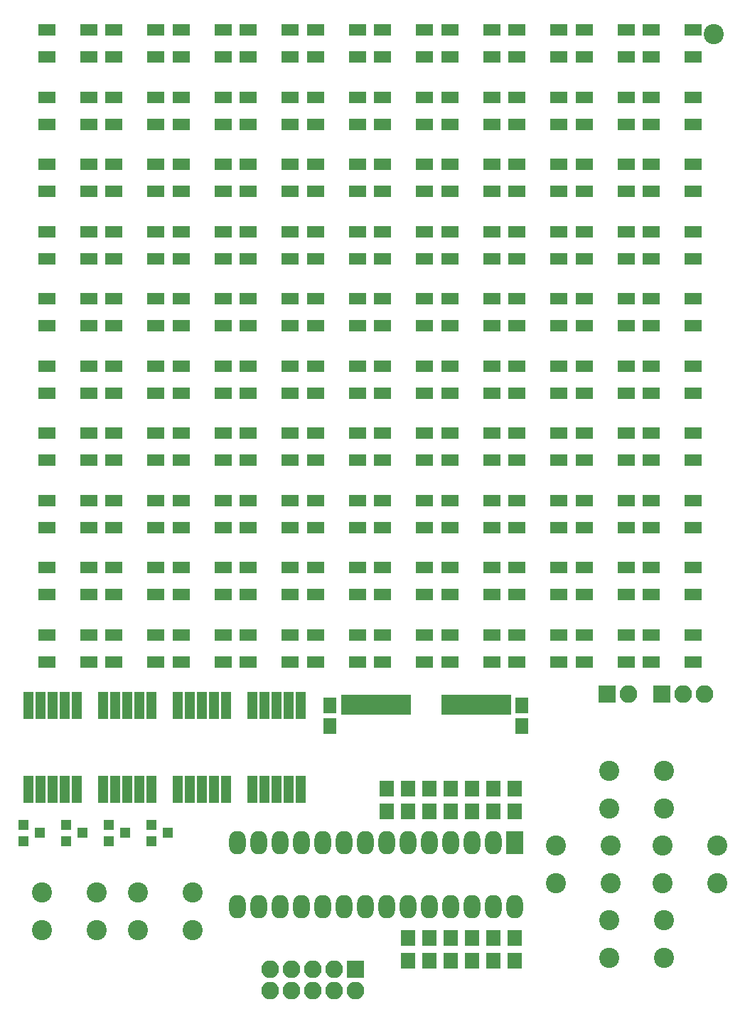
<source format=gbr>
G04 #@! TF.FileFunction,Soldermask,Top*
%FSLAX46Y46*%
G04 Gerber Fmt 4.6, Leading zero omitted, Abs format (unit mm)*
G04 Created by KiCad (PCBNEW 4.0.6) date 04/14/18 17:05:04*
%MOMM*%
%LPD*%
G01*
G04 APERTURE LIST*
%ADD10C,0.100000*%
%ADD11R,2.000000X1.400000*%
%ADD12R,8.275000X2.400000*%
%ADD13R,2.000000X2.800000*%
%ADD14O,2.000000X2.800000*%
%ADD15R,1.650000X1.900000*%
%ADD16C,2.398980*%
%ADD17R,2.100000X2.100000*%
%ADD18O,2.100000X2.100000*%
%ADD19R,1.300000X1.200000*%
%ADD20R,1.700000X1.900000*%
%ADD21R,1.300000X3.200000*%
%ADD22C,2.400000*%
G04 APERTURE END LIST*
D10*
D11*
X139778000Y-142180000D03*
X139778000Y-138980000D03*
X134778000Y-142180000D03*
X134778000Y-138980000D03*
X131778000Y-142180000D03*
X131778000Y-138980000D03*
X126778000Y-142180000D03*
X126778000Y-138980000D03*
X123778000Y-142180000D03*
X123778000Y-138980000D03*
X118778000Y-142180000D03*
X118778000Y-138980000D03*
X115778000Y-142180000D03*
X115778000Y-138980000D03*
X110778000Y-142180000D03*
X110778000Y-138980000D03*
X107778000Y-142180000D03*
X107778000Y-138980000D03*
X102778000Y-142180000D03*
X102778000Y-138980000D03*
X99778000Y-142180000D03*
X99778000Y-138980000D03*
X94778000Y-142180000D03*
X94778000Y-138980000D03*
X91778000Y-142180000D03*
X91778000Y-138980000D03*
X86778000Y-142180000D03*
X86778000Y-138980000D03*
X83778000Y-142180000D03*
X83778000Y-138980000D03*
X78778000Y-142180000D03*
X78778000Y-138980000D03*
X75778000Y-142180000D03*
X75778000Y-138980000D03*
X70778000Y-142180000D03*
X70778000Y-138980000D03*
X67778000Y-142180000D03*
X67778000Y-138980000D03*
X62778000Y-142180000D03*
X62778000Y-138980000D03*
X139778000Y-134180000D03*
X139778000Y-130980000D03*
X134778000Y-134180000D03*
X134778000Y-130980000D03*
X131778000Y-134180000D03*
X131778000Y-130980000D03*
X126778000Y-134180000D03*
X126778000Y-130980000D03*
X123778000Y-134180000D03*
X123778000Y-130980000D03*
X118778000Y-134180000D03*
X118778000Y-130980000D03*
X115778000Y-134180000D03*
X115778000Y-130980000D03*
X110778000Y-134180000D03*
X110778000Y-130980000D03*
X107778000Y-134180000D03*
X107778000Y-130980000D03*
X102778000Y-134180000D03*
X102778000Y-130980000D03*
X99778000Y-134180000D03*
X99778000Y-130980000D03*
X94778000Y-134180000D03*
X94778000Y-130980000D03*
X91778000Y-134180000D03*
X91778000Y-130980000D03*
X86778000Y-134180000D03*
X86778000Y-130980000D03*
X83778000Y-134180000D03*
X83778000Y-130980000D03*
X78778000Y-134180000D03*
X78778000Y-130980000D03*
X75778000Y-134180000D03*
X75778000Y-130980000D03*
X70778000Y-134180000D03*
X70778000Y-130980000D03*
X67778000Y-134180000D03*
X67778000Y-130980000D03*
X62778000Y-134180000D03*
X62778000Y-130980000D03*
X139778000Y-126180000D03*
X139778000Y-122980000D03*
X134778000Y-126180000D03*
X134778000Y-122980000D03*
X131778000Y-126180000D03*
X131778000Y-122980000D03*
X126778000Y-126180000D03*
X126778000Y-122980000D03*
X123778000Y-126180000D03*
X123778000Y-122980000D03*
X118778000Y-126180000D03*
X118778000Y-122980000D03*
X115778000Y-126180000D03*
X115778000Y-122980000D03*
X110778000Y-126180000D03*
X110778000Y-122980000D03*
X107778000Y-126180000D03*
X107778000Y-122980000D03*
X102778000Y-126180000D03*
X102778000Y-122980000D03*
X99778000Y-126180000D03*
X99778000Y-122980000D03*
X94778000Y-126180000D03*
X94778000Y-122980000D03*
X91778000Y-126180000D03*
X91778000Y-122980000D03*
X86778000Y-126180000D03*
X86778000Y-122980000D03*
X83778000Y-126180000D03*
X83778000Y-122980000D03*
X78778000Y-126180000D03*
X78778000Y-122980000D03*
X75778000Y-126180000D03*
X75778000Y-122980000D03*
X70778000Y-126180000D03*
X70778000Y-122980000D03*
X67778000Y-126180000D03*
X67778000Y-122980000D03*
X62778000Y-126180000D03*
X62778000Y-122980000D03*
X139778000Y-118180000D03*
X139778000Y-114980000D03*
X134778000Y-118180000D03*
X134778000Y-114980000D03*
X131778000Y-118180000D03*
X131778000Y-114980000D03*
X126778000Y-118180000D03*
X126778000Y-114980000D03*
X123778000Y-118180000D03*
X123778000Y-114980000D03*
X118778000Y-118180000D03*
X118778000Y-114980000D03*
X115778000Y-118180000D03*
X115778000Y-114980000D03*
X110778000Y-118180000D03*
X110778000Y-114980000D03*
X107778000Y-118180000D03*
X107778000Y-114980000D03*
X102778000Y-118180000D03*
X102778000Y-114980000D03*
X99778000Y-118180000D03*
X99778000Y-114980000D03*
X94778000Y-118180000D03*
X94778000Y-114980000D03*
X91778000Y-118180000D03*
X91778000Y-114980000D03*
X86778000Y-118180000D03*
X86778000Y-114980000D03*
X83778000Y-118180000D03*
X83778000Y-114980000D03*
X78778000Y-118180000D03*
X78778000Y-114980000D03*
X75778000Y-118180000D03*
X75778000Y-114980000D03*
X70778000Y-118180000D03*
X70778000Y-114980000D03*
X67778000Y-118180000D03*
X67778000Y-114980000D03*
X62778000Y-118180000D03*
X62778000Y-114980000D03*
X139778000Y-110180000D03*
X139778000Y-106980000D03*
X134778000Y-110180000D03*
X134778000Y-106980000D03*
X131778000Y-110180000D03*
X131778000Y-106980000D03*
X126778000Y-110180000D03*
X126778000Y-106980000D03*
X123778000Y-110180000D03*
X123778000Y-106980000D03*
X118778000Y-110180000D03*
X118778000Y-106980000D03*
X115778000Y-110180000D03*
X115778000Y-106980000D03*
X110778000Y-110180000D03*
X110778000Y-106980000D03*
X107778000Y-110180000D03*
X107778000Y-106980000D03*
X102778000Y-110180000D03*
X102778000Y-106980000D03*
X99778000Y-110180000D03*
X99778000Y-106980000D03*
X94778000Y-110180000D03*
X94778000Y-106980000D03*
X91778000Y-110180000D03*
X91778000Y-106980000D03*
X86778000Y-110180000D03*
X86778000Y-106980000D03*
X83778000Y-110180000D03*
X83778000Y-106980000D03*
X78778000Y-110180000D03*
X78778000Y-106980000D03*
X75778000Y-110180000D03*
X75778000Y-106980000D03*
X70778000Y-110180000D03*
X70778000Y-106980000D03*
X67778000Y-110180000D03*
X67778000Y-106980000D03*
X62778000Y-110180000D03*
X62778000Y-106980000D03*
X139778000Y-102180000D03*
X139778000Y-98980000D03*
X134778000Y-102180000D03*
X134778000Y-98980000D03*
X131778000Y-102180000D03*
X131778000Y-98980000D03*
X126778000Y-102180000D03*
X126778000Y-98980000D03*
X123778000Y-102180000D03*
X123778000Y-98980000D03*
X118778000Y-102180000D03*
X118778000Y-98980000D03*
X115778000Y-102180000D03*
X115778000Y-98980000D03*
X110778000Y-102180000D03*
X110778000Y-98980000D03*
X107778000Y-102180000D03*
X107778000Y-98980000D03*
X102778000Y-102180000D03*
X102778000Y-98980000D03*
X99778000Y-102180000D03*
X99778000Y-98980000D03*
X94778000Y-102180000D03*
X94778000Y-98980000D03*
X91778000Y-102180000D03*
X91778000Y-98980000D03*
X86778000Y-102180000D03*
X86778000Y-98980000D03*
X83778000Y-102180000D03*
X83778000Y-98980000D03*
X78778000Y-102180000D03*
X78778000Y-98980000D03*
X75778000Y-102180000D03*
X75778000Y-98980000D03*
X70778000Y-102180000D03*
X70778000Y-98980000D03*
X67778000Y-102180000D03*
X67778000Y-98980000D03*
X62778000Y-102180000D03*
X62778000Y-98980000D03*
X139778000Y-94180000D03*
X139778000Y-90980000D03*
X134778000Y-94180000D03*
X134778000Y-90980000D03*
X131778000Y-94180000D03*
X131778000Y-90980000D03*
X126778000Y-94180000D03*
X126778000Y-90980000D03*
X123778000Y-94180000D03*
X123778000Y-90980000D03*
X118778000Y-94180000D03*
X118778000Y-90980000D03*
X115778000Y-94180000D03*
X115778000Y-90980000D03*
X110778000Y-94180000D03*
X110778000Y-90980000D03*
X107778000Y-94180000D03*
X107778000Y-90980000D03*
X102778000Y-94180000D03*
X102778000Y-90980000D03*
X99778000Y-94180000D03*
X99778000Y-90980000D03*
X94778000Y-94180000D03*
X94778000Y-90980000D03*
X91778000Y-94180000D03*
X91778000Y-90980000D03*
X86778000Y-94180000D03*
X86778000Y-90980000D03*
X83778000Y-94180000D03*
X83778000Y-90980000D03*
X78778000Y-94180000D03*
X78778000Y-90980000D03*
X75778000Y-94180000D03*
X75778000Y-90980000D03*
X70778000Y-94180000D03*
X70778000Y-90980000D03*
X67778000Y-94180000D03*
X67778000Y-90980000D03*
X62778000Y-94180000D03*
X62778000Y-90980000D03*
X139778000Y-86180000D03*
X139778000Y-82980000D03*
X134778000Y-86180000D03*
X134778000Y-82980000D03*
X131778000Y-86180000D03*
X131778000Y-82980000D03*
X126778000Y-86180000D03*
X126778000Y-82980000D03*
X123778000Y-86180000D03*
X123778000Y-82980000D03*
X118778000Y-86180000D03*
X118778000Y-82980000D03*
X115778000Y-86180000D03*
X115778000Y-82980000D03*
X110778000Y-86180000D03*
X110778000Y-82980000D03*
X107778000Y-86180000D03*
X107778000Y-82980000D03*
X102778000Y-86180000D03*
X102778000Y-82980000D03*
X99778000Y-86180000D03*
X99778000Y-82980000D03*
X94778000Y-86180000D03*
X94778000Y-82980000D03*
X91778000Y-86180000D03*
X91778000Y-82980000D03*
X86778000Y-86180000D03*
X86778000Y-82980000D03*
X83778000Y-86180000D03*
X83778000Y-82980000D03*
X78778000Y-86180000D03*
X78778000Y-82980000D03*
X75778000Y-86180000D03*
X75778000Y-82980000D03*
X70778000Y-86180000D03*
X70778000Y-82980000D03*
X67778000Y-86180000D03*
X67778000Y-82980000D03*
X62778000Y-86180000D03*
X62778000Y-82980000D03*
X139778000Y-78180000D03*
X139778000Y-74980000D03*
X134778000Y-78180000D03*
X134778000Y-74980000D03*
X131778000Y-78180000D03*
X131778000Y-74980000D03*
X126778000Y-78180000D03*
X126778000Y-74980000D03*
X123778000Y-78180000D03*
X123778000Y-74980000D03*
X118778000Y-78180000D03*
X118778000Y-74980000D03*
X115778000Y-78180000D03*
X115778000Y-74980000D03*
X110778000Y-78180000D03*
X110778000Y-74980000D03*
X107778000Y-78180000D03*
X107778000Y-74980000D03*
X102778000Y-78180000D03*
X102778000Y-74980000D03*
X99778000Y-78180000D03*
X99778000Y-74980000D03*
X94778000Y-78180000D03*
X94778000Y-74980000D03*
X91778000Y-78180000D03*
X91778000Y-74980000D03*
X86778000Y-78180000D03*
X86778000Y-74980000D03*
X83778000Y-78180000D03*
X83778000Y-74980000D03*
X78778000Y-78180000D03*
X78778000Y-74980000D03*
X75778000Y-78180000D03*
X75778000Y-74980000D03*
X70778000Y-78180000D03*
X70778000Y-74980000D03*
X67778000Y-78180000D03*
X67778000Y-74980000D03*
X62778000Y-78180000D03*
X62778000Y-74980000D03*
X139778000Y-70180000D03*
X139778000Y-66980000D03*
X134778000Y-70180000D03*
X134778000Y-66980000D03*
X131778000Y-70180000D03*
X131778000Y-66980000D03*
X126778000Y-70180000D03*
X126778000Y-66980000D03*
X123778000Y-70180000D03*
X123778000Y-66980000D03*
X118778000Y-70180000D03*
X118778000Y-66980000D03*
X115778000Y-70180000D03*
X115778000Y-66980000D03*
X110778000Y-70180000D03*
X110778000Y-66980000D03*
X107778000Y-70180000D03*
X107778000Y-66980000D03*
X102778000Y-70180000D03*
X102778000Y-66980000D03*
X99778000Y-70180000D03*
X99778000Y-66980000D03*
X94778000Y-70180000D03*
X94778000Y-66980000D03*
X91778000Y-70180000D03*
X91778000Y-66980000D03*
X86778000Y-70180000D03*
X86778000Y-66980000D03*
X83778000Y-70180000D03*
X83778000Y-66980000D03*
X78778000Y-70180000D03*
X78778000Y-66980000D03*
X75778000Y-70180000D03*
X75778000Y-66980000D03*
X70778000Y-70180000D03*
X70778000Y-66980000D03*
D12*
X102012500Y-147320000D03*
X113887500Y-147320000D03*
D13*
X118491000Y-163703000D03*
D14*
X85471000Y-171323000D03*
X115951000Y-163703000D03*
X88011000Y-171323000D03*
X113411000Y-163703000D03*
X90551000Y-171323000D03*
X110871000Y-163703000D03*
X93091000Y-171323000D03*
X108331000Y-163703000D03*
X95631000Y-171323000D03*
X105791000Y-163703000D03*
X98171000Y-171323000D03*
X103251000Y-163703000D03*
X100711000Y-171323000D03*
X100711000Y-163703000D03*
X103251000Y-171323000D03*
X98171000Y-163703000D03*
X105791000Y-171323000D03*
X95631000Y-163703000D03*
X108331000Y-171323000D03*
X93091000Y-163703000D03*
X110871000Y-171323000D03*
X90551000Y-163703000D03*
X113411000Y-171323000D03*
X88011000Y-163703000D03*
X115951000Y-171323000D03*
X85471000Y-163703000D03*
X118491000Y-171323000D03*
D15*
X96520000Y-149840000D03*
X96520000Y-147340000D03*
X119380000Y-149840000D03*
X119380000Y-147340000D03*
D16*
X142240000Y-67437000D03*
D17*
X136017000Y-146050000D03*
D18*
X138557000Y-146050000D03*
X141097000Y-146050000D03*
D19*
X59960000Y-161610000D03*
X59960000Y-163510000D03*
X61960000Y-162560000D03*
X65040000Y-161610000D03*
X65040000Y-163510000D03*
X67040000Y-162560000D03*
X70120000Y-161610000D03*
X70120000Y-163510000D03*
X72120000Y-162560000D03*
X75200000Y-161610000D03*
X75200000Y-163510000D03*
X77200000Y-162560000D03*
D20*
X105791000Y-177753000D03*
X105791000Y-175053000D03*
X108331000Y-177753000D03*
X108331000Y-175053000D03*
X110871000Y-177753000D03*
X110871000Y-175053000D03*
X113411000Y-177753000D03*
X113411000Y-175053000D03*
X115951000Y-177753000D03*
X115951000Y-175053000D03*
X118491000Y-177753000D03*
X118491000Y-175053000D03*
X115951000Y-157273000D03*
X115951000Y-159973000D03*
X113411000Y-157273000D03*
X113411000Y-159973000D03*
X110871000Y-157273000D03*
X110871000Y-159973000D03*
X108331000Y-157273000D03*
X108331000Y-159973000D03*
X105791000Y-157273000D03*
X105791000Y-159973000D03*
X103251000Y-157273000D03*
X103251000Y-159973000D03*
X118491000Y-157273000D03*
X118491000Y-159973000D03*
D21*
X60620000Y-157400000D03*
X62060000Y-157400000D03*
X63500000Y-157400000D03*
X64940000Y-157400000D03*
X66380000Y-157400000D03*
X66380000Y-147400000D03*
X64940000Y-147400000D03*
X63500000Y-147400000D03*
X62060000Y-147400000D03*
X60620000Y-147400000D03*
X69510000Y-157400000D03*
X70950000Y-157400000D03*
X72390000Y-157400000D03*
X73830000Y-157400000D03*
X75270000Y-157400000D03*
X75270000Y-147400000D03*
X73830000Y-147400000D03*
X72390000Y-147400000D03*
X70950000Y-147400000D03*
X69510000Y-147400000D03*
X78400000Y-157400000D03*
X79840000Y-157400000D03*
X81280000Y-157400000D03*
X82720000Y-157400000D03*
X84160000Y-157400000D03*
X84160000Y-147400000D03*
X82720000Y-147400000D03*
X81280000Y-147400000D03*
X79840000Y-147400000D03*
X78400000Y-147400000D03*
X87290000Y-157400000D03*
X88730000Y-157400000D03*
X90170000Y-157400000D03*
X91610000Y-157400000D03*
X93050000Y-157400000D03*
X93050000Y-147400000D03*
X91610000Y-147400000D03*
X90170000Y-147400000D03*
X88730000Y-147400000D03*
X87290000Y-147400000D03*
D22*
X123444000Y-168584000D03*
X123444000Y-164084000D03*
X129944000Y-168584000D03*
X129944000Y-164084000D03*
X136144000Y-168584000D03*
X136144000Y-164084000D03*
X142644000Y-168584000D03*
X142644000Y-164084000D03*
X129794000Y-159694000D03*
X129794000Y-155194000D03*
X136294000Y-159694000D03*
X136294000Y-155194000D03*
X129794000Y-177474000D03*
X129794000Y-172974000D03*
X136294000Y-177474000D03*
X136294000Y-172974000D03*
X62230000Y-174172000D03*
X62230000Y-169672000D03*
X68730000Y-174172000D03*
X68730000Y-169672000D03*
X73660000Y-174172000D03*
X73660000Y-169672000D03*
X80160000Y-174172000D03*
X80160000Y-169672000D03*
D17*
X129540000Y-146050000D03*
D18*
X132080000Y-146050000D03*
D17*
X99568000Y-178816000D03*
D18*
X99568000Y-181356000D03*
X97028000Y-178816000D03*
X97028000Y-181356000D03*
X94488000Y-178816000D03*
X94488000Y-181356000D03*
X91948000Y-178816000D03*
X91948000Y-181356000D03*
X89408000Y-178816000D03*
X89408000Y-181356000D03*
D11*
X67778000Y-70180000D03*
X67778000Y-66980000D03*
X62778000Y-70180000D03*
X62778000Y-66980000D03*
M02*

</source>
